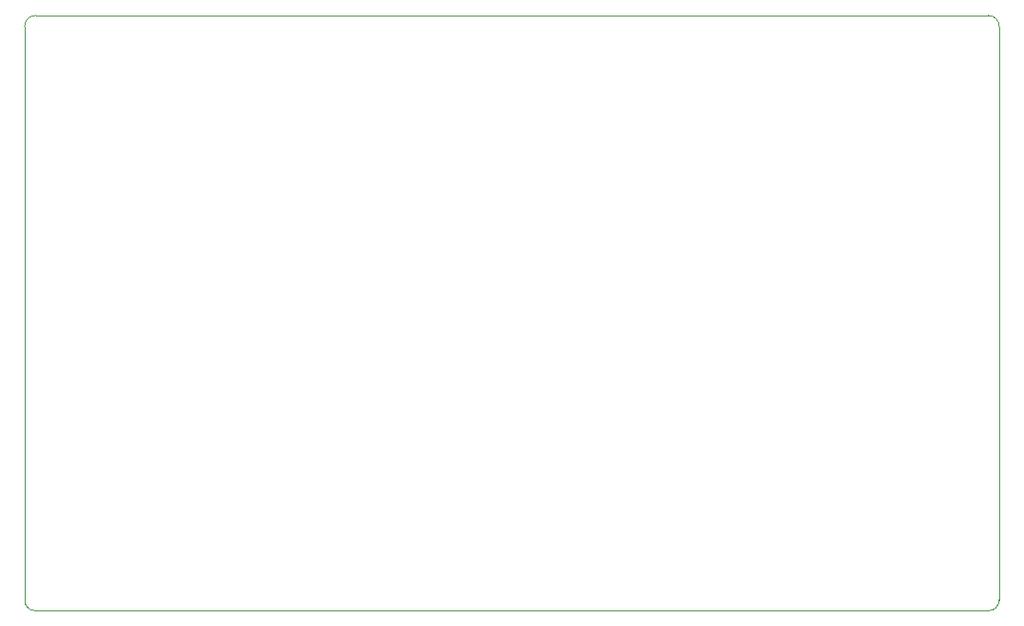
<source format=gbr>
%TF.GenerationSoftware,KiCad,Pcbnew,7.0.2*%
%TF.CreationDate,2023-06-22T14:29:26-03:00*%
%TF.ProjectId,Belliz_IOT,42656c6c-697a-45f4-994f-542e6b696361,rev?*%
%TF.SameCoordinates,Original*%
%TF.FileFunction,Profile,NP*%
%FSLAX46Y46*%
G04 Gerber Fmt 4.6, Leading zero omitted, Abs format (unit mm)*
G04 Created by KiCad (PCBNEW 7.0.2) date 2023-06-22 14:29:26*
%MOMM*%
%LPD*%
G01*
G04 APERTURE LIST*
%TA.AperFunction,Profile*%
%ADD10C,0.050000*%
%TD*%
G04 APERTURE END LIST*
D10*
X140000000Y-51000000D02*
G75*
G03*
X139000000Y-50000000I-1000000J0D01*
G01*
X139000000Y-105000000D02*
G75*
G03*
X140000000Y-104000000I0J1000000D01*
G01*
X50000000Y-104000000D02*
G75*
G03*
X51000000Y-105000000I1000000J0D01*
G01*
X51000000Y-50000000D02*
G75*
G03*
X50000000Y-51000000I0J-1000000D01*
G01*
X50000000Y-104000000D02*
X50000000Y-51000000D01*
X139000000Y-105000000D02*
X51000000Y-105000000D01*
X140000000Y-51000000D02*
X140000000Y-104000000D01*
X51000000Y-50000000D02*
X139000000Y-50000000D01*
M02*

</source>
